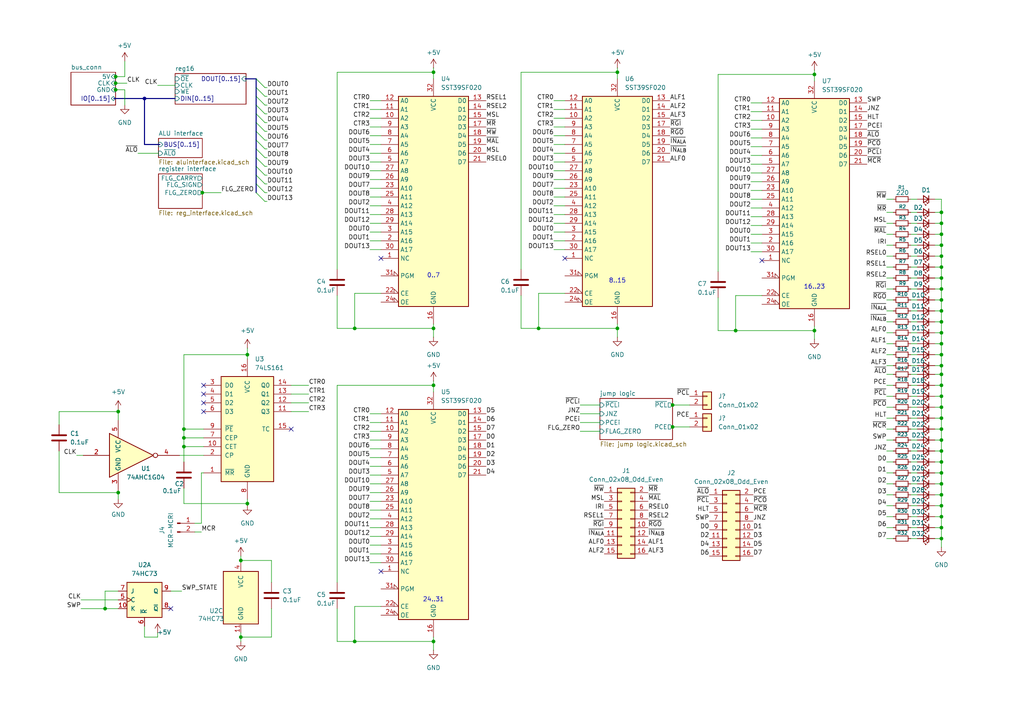
<source format=kicad_sch>
(kicad_sch (version 20250114) (generator "eeschema") (generator_version "9.0")
  (paper "A4")
  (text "16..23\n" (at 236.22 83.312 0) (effects (font (size 1.27 1.27))))
  (text "24..31\n" (at 125.73 173.99 0) (effects (font (size 1.27 1.27))))
  (text "0..7" (at 125.73 80.01 0) (effects (font (size 1.27 1.27))))
  (text "8..15\n" (at 179.07 81.534 0) (effects (font (size 1.27 1.27))))
  (junction (at 273.05 83.82))
  (junction (at 273.05 153.035))
  (junction (at 273.05 127.635))
  (junction (at 179.07 20.955))
  (junction (at 273.05 130.81))
  (junction (at 273.05 108.585))
  (junction (at 179.07 95.25))
  (junction (at 273.05 71.12))
  (junction (at 125.73 20.955))
  (junction (at 125.73 95.25))
  (junction (at 273.05 124.46))
  (junction (at 273.05 137.16))
  (junction (at 102.87 95.25))
  (junction (at 273.05 77.47))
  (junction (at 33.528 22.225))
  (junction (at 273.05 102.87))
  (junction (at 273.05 156.21))
  (junction (at 34.29 119.38))
  (junction (at 273.05 86.995))
  (junction (at 41.91 28.575))
  (junction (at 273.05 90.17))
  (junction (at 125.73 111.76))
  (junction (at 69.85 184.785))
  (junction (at 30.48 176.53))
  (junction (at 273.05 118.11))
  (junction (at 273.05 133.985))
  (junction (at 273.05 99.695))
  (junction (at 34.29 142.875))
  (junction (at 273.05 61.595))
  (junction (at 69.85 162.56))
  (junction (at 33.528 26.035))
  (junction (at 273.05 96.52))
  (junction (at 273.05 146.685))
  (junction (at 273.05 93.345))
  (junction (at 33.528 24.13))
  (junction (at 273.05 80.645))
  (junction (at 125.73 186.055))
  (junction (at 53.34 127))
  (junction (at 195.072 117.475))
  (junction (at 273.05 121.285))
  (junction (at 102.87 186.055))
  (junction (at 273.05 149.86))
  (junction (at 273.05 67.945))
  (junction (at 273.05 106.045))
  (junction (at 156.21 95.25))
  (junction (at 213.36 95.885))
  (junction (at 273.05 74.295))
  (junction (at 273.05 143.51))
  (junction (at 53.34 124.46))
  (junction (at 273.05 114.935))
  (junction (at 236.22 95.885))
  (junction (at 71.755 102.87))
  (junction (at 273.05 111.76))
  (junction (at 58.674 55.88))
  (junction (at 53.34 129.54))
  (junction (at 273.05 64.77))
  (junction (at 71.755 146.05))
  (junction (at 195.072 123.825))
  (junction (at 273.05 140.335))
  (junction (at 236.22 21.59))
  (no_connect (at 49.53 176.53))
  (no_connect (at 163.83 74.93))
  (no_connect (at 59.055 114.3))
  (no_connect (at 110.49 74.93))
  (no_connect (at 59.055 116.84))
  (no_connect (at 110.49 165.735))
  (no_connect (at 59.055 111.76))
  (no_connect (at 220.98 75.565))
  (no_connect (at 84.455 124.46))
  (no_connect (at 59.055 119.38))
  (bus_entry (at 74.295 30.48) (size 2.54 2.54))
  (bus_entry (at 74.295 48.26) (size 2.54 2.54))
  (bus_entry (at 74.295 53.34) (size 2.54 2.54))
  (bus_entry (at 74.295 50.8) (size 2.54 2.54))
  (bus_entry (at 74.295 55.88) (size 2.54 2.54))
  (bus_entry (at 74.295 35.56) (size 2.54 2.54))
  (bus_entry (at 74.295 40.64) (size 2.54 2.54))
  (bus_entry (at 74.295 22.86) (size 2.54 2.54))
  (bus_entry (at 74.295 27.94) (size 2.54 2.54))
  (bus_entry (at 74.295 45.72) (size 2.54 2.54))
  (bus_entry (at 74.295 38.1) (size 2.54 2.54))
  (bus_entry (at 74.295 25.4) (size 2.54 2.54))
  (bus_entry (at 74.295 33.02) (size 2.54 2.54))
  (bus_entry (at 74.295 43.18) (size 2.54 2.54))
  (wire (pts (xy 217.805 65.405) (xy 220.98 65.405)))
  (wire (pts (xy 23.495 176.53) (xy 30.48 176.53)))
  (wire (pts (xy 264.16 149.86) (xy 266.065 149.86)))
  (wire (pts (xy 217.805 73.025) (xy 220.98 73.025)))
  (wire (pts (xy 107.315 135.255) (xy 110.49 135.255)))
  (wire (pts (xy 107.315 39.37) (xy 110.49 39.37)))
  (wire (pts (xy 107.315 64.77) (xy 110.49 64.77)))
  (wire (pts (xy 97.79 176.53) (xy 97.79 186.055)))
  (wire (pts (xy 160.655 54.61) (xy 163.83 54.61)))
  (wire (pts (xy 30.48 176.53) (xy 34.29 176.53)))
  (wire (pts (xy 273.05 64.77) (xy 273.05 61.595)))
  (wire (pts (xy 264.16 80.645) (xy 266.065 80.645)))
  (wire (pts (xy 34.29 171.45) (xy 30.48 171.45)))
  (wire (pts (xy 179.07 95.25) (xy 179.07 97.79)))
  (wire (pts (xy 273.05 137.16) (xy 273.05 140.335)))
  (bus (pts (xy 74.295 33.02) (xy 74.295 35.56)))
  (wire (pts (xy 107.315 67.31) (xy 110.49 67.31)))
  (wire (pts (xy 273.05 64.77) (xy 273.05 67.945)))
  (wire (pts (xy 160.655 29.21) (xy 163.83 29.21)))
  (wire (pts (xy 107.315 72.39) (xy 110.49 72.39)))
  (wire (pts (xy 217.805 52.705) (xy 220.98 52.705)))
  (wire (pts (xy 271.145 74.295) (xy 273.05 74.295)))
  (wire (pts (xy 53.34 146.05) (xy 71.755 146.05)))
  (wire (pts (xy 34.29 119.38) (xy 34.29 121.92)))
  (wire (pts (xy 217.805 32.385) (xy 220.98 32.385)))
  (wire (pts (xy 271.145 137.16) (xy 273.05 137.16)))
  (wire (pts (xy 160.655 62.23) (xy 163.83 62.23)))
  (wire (pts (xy 264.16 146.685) (xy 266.065 146.685)))
  (wire (pts (xy 107.315 54.61) (xy 110.49 54.61)))
  (wire (pts (xy 107.315 57.15) (xy 110.49 57.15)))
  (wire (pts (xy 217.805 57.785) (xy 220.98 57.785)))
  (wire (pts (xy 107.315 34.29) (xy 110.49 34.29)))
  (bus (pts (xy 74.295 27.94) (xy 74.295 30.48)))
  (wire (pts (xy 236.22 95.885) (xy 236.22 94.615)))
  (wire (pts (xy 257.175 74.295) (xy 259.08 74.295)))
  (wire (pts (xy 97.79 20.955) (xy 125.73 20.955)))
  (wire (pts (xy 84.455 116.84) (xy 89.535 116.84)))
  (wire (pts (xy 59.055 127) (xy 53.34 127)))
  (wire (pts (xy 107.315 142.875) (xy 110.49 142.875)))
  (wire (pts (xy 151.13 78.105) (xy 151.13 20.955)))
  (wire (pts (xy 271.145 71.12) (xy 273.05 71.12)))
  (wire (pts (xy 45.72 183.515) (xy 45.72 184.785)))
  (wire (pts (xy 273.05 133.985) (xy 273.05 137.16)))
  (wire (pts (xy 217.805 60.325) (xy 220.98 60.325)))
  (wire (pts (xy 195.072 123.825) (xy 200.025 123.825)))
  (wire (pts (xy 271.145 140.335) (xy 273.05 140.335)))
  (wire (pts (xy 271.145 146.685) (xy 273.05 146.685)))
  (wire (pts (xy 257.175 90.17) (xy 259.08 90.17)))
  (wire (pts (xy 76.835 43.18) (xy 77.47 43.18)))
  (wire (pts (xy 125.73 95.25) (xy 125.73 93.98)))
  (bus (pts (xy 74.295 45.72) (xy 74.295 48.26)))
  (wire (pts (xy 257.175 61.595) (xy 259.08 61.595)))
  (wire (pts (xy 273.05 86.995) (xy 273.05 90.17)))
  (wire (pts (xy 102.87 95.25) (xy 125.73 95.25)))
  (wire (pts (xy 97.79 95.25) (xy 102.87 95.25)))
  (wire (pts (xy 53.34 129.54) (xy 53.34 127)))
  (wire (pts (xy 271.145 83.82) (xy 273.05 83.82)))
  (wire (pts (xy 17.145 123.19) (xy 17.145 119.38)))
  (wire (pts (xy 271.145 130.81) (xy 273.05 130.81)))
  (wire (pts (xy 160.655 57.15) (xy 163.83 57.15)))
  (wire (pts (xy 107.315 52.07) (xy 110.49 52.07)))
  (wire (pts (xy 271.145 124.46) (xy 273.05 124.46)))
  (wire (pts (xy 41.91 181.61) (xy 41.91 184.785)))
  (wire (pts (xy 273.05 102.87) (xy 273.05 106.045)))
  (wire (pts (xy 273.05 130.81) (xy 273.05 133.985)))
  (wire (pts (xy 217.805 37.465) (xy 220.98 37.465)))
  (wire (pts (xy 52.07 132.08) (xy 59.055 132.08)))
  (wire (pts (xy 34.29 118.745) (xy 34.29 119.38)))
  (wire (pts (xy 257.175 111.76) (xy 259.08 111.76)))
  (wire (pts (xy 107.315 145.415) (xy 110.49 145.415)))
  (wire (pts (xy 33.528 22.225) (xy 36.195 22.225)))
  (wire (pts (xy 107.315 137.795) (xy 110.49 137.795)))
  (wire (pts (xy 273.05 67.945) (xy 273.05 71.12)))
  (bus (pts (xy 33.02 28.575) (xy 41.91 28.575)))
  (wire (pts (xy 17.145 119.38) (xy 34.29 119.38)))
  (wire (pts (xy 264.16 133.985) (xy 266.065 133.985)))
  (wire (pts (xy 53.34 141.605) (xy 53.34 146.05)))
  (wire (pts (xy 273.05 118.11) (xy 273.05 121.285)))
  (wire (pts (xy 33.528 24.13) (xy 36.83 24.13)))
  (wire (pts (xy 264.16 106.045) (xy 266.065 106.045)))
  (wire (pts (xy 264.16 74.295) (xy 266.065 74.295)))
  (wire (pts (xy 273.05 106.045) (xy 273.05 108.585)))
  (wire (pts (xy 264.16 124.46) (xy 266.065 124.46)))
  (wire (pts (xy 271.145 121.285) (xy 273.05 121.285)))
  (wire (pts (xy 168.275 125.095) (xy 173.99 125.095)))
  (wire (pts (xy 271.145 99.695) (xy 273.05 99.695)))
  (wire (pts (xy 271.145 106.045) (xy 273.05 106.045)))
  (wire (pts (xy 33.528 26.035) (xy 36.195 26.035)))
  (wire (pts (xy 271.145 77.47) (xy 273.05 77.47)))
  (wire (pts (xy 168.275 117.475) (xy 173.99 117.475)))
  (wire (pts (xy 107.315 147.955) (xy 110.49 147.955)))
  (wire (pts (xy 160.655 31.75) (xy 163.83 31.75)))
  (wire (pts (xy 53.34 124.46) (xy 53.34 102.87)))
  (wire (pts (xy 156.21 85.09) (xy 156.21 95.25)))
  (wire (pts (xy 76.835 40.64) (xy 77.47 40.64)))
  (wire (pts (xy 107.315 125.095) (xy 110.49 125.095)))
  (wire (pts (xy 179.07 19.685) (xy 179.07 20.955)))
  (wire (pts (xy 36.195 30.48) (xy 36.195 26.035)))
  (wire (pts (xy 107.315 140.335) (xy 110.49 140.335)))
  (wire (pts (xy 273.05 111.76) (xy 273.05 114.935)))
  (wire (pts (xy 160.655 67.31) (xy 163.83 67.31)))
  (wire (pts (xy 33.02 26.035) (xy 33.528 26.035)))
  (wire (pts (xy 30.48 171.45) (xy 30.48 176.53)))
  (wire (pts (xy 58.42 55.88) (xy 58.674 55.88)))
  (wire (pts (xy 107.315 122.555) (xy 110.49 122.555)))
  (wire (pts (xy 264.16 99.695) (xy 266.065 99.695)))
  (wire (pts (xy 107.315 46.99) (xy 110.49 46.99)))
  (wire (pts (xy 107.315 132.715) (xy 110.49 132.715)))
  (wire (pts (xy 217.805 50.165) (xy 220.98 50.165)))
  (wire (pts (xy 58.42 137.16) (xy 58.42 151.765)))
  (wire (pts (xy 33.02 22.225) (xy 33.528 22.225)))
  (wire (pts (xy 41.91 184.785) (xy 45.72 184.785)))
  (wire (pts (xy 271.145 118.11) (xy 273.05 118.11)))
  (wire (pts (xy 160.655 72.39) (xy 163.83 72.39)))
  (wire (pts (xy 217.805 34.925) (xy 220.98 34.925)))
  (wire (pts (xy 264.16 143.51) (xy 266.065 143.51)))
  (wire (pts (xy 271.145 93.345) (xy 273.05 93.345)))
  (wire (pts (xy 273.05 127.635) (xy 273.05 130.81)))
  (wire (pts (xy 40.005 44.45) (xy 45.974 44.45)))
  (wire (pts (xy 107.315 49.53) (xy 110.49 49.53)))
  (wire (pts (xy 179.07 95.25) (xy 179.07 93.98)))
  (wire (pts (xy 107.315 44.45) (xy 110.49 44.45)))
  (wire (pts (xy 264.16 114.935) (xy 266.065 114.935)))
  (wire (pts (xy 213.36 85.725) (xy 213.36 95.885)))
  (wire (pts (xy 264.16 67.945) (xy 266.065 67.945)))
  (wire (pts (xy 264.16 102.87) (xy 266.065 102.87)))
  (wire (pts (xy 264.16 130.81) (xy 266.065 130.81)))
  (wire (pts (xy 257.175 77.47) (xy 259.08 77.47)))
  (wire (pts (xy 76.835 45.72) (xy 77.47 45.72)))
  (wire (pts (xy 271.145 108.585) (xy 273.05 108.585)))
  (bus (pts (xy 74.295 30.48) (xy 74.295 33.02)))
  (wire (pts (xy 160.655 49.53) (xy 163.83 49.53)))
  (wire (pts (xy 257.175 156.21) (xy 259.08 156.21)))
  (wire (pts (xy 257.175 121.285) (xy 259.08 121.285)))
  (wire (pts (xy 271.145 111.76) (xy 273.05 111.76)))
  (wire (pts (xy 168.275 120.015) (xy 173.99 120.015)))
  (wire (pts (xy 273.05 77.47) (xy 273.05 80.645)))
  (wire (pts (xy 271.145 127.635) (xy 273.05 127.635)))
  (wire (pts (xy 151.13 85.725) (xy 151.13 95.25)))
  (wire (pts (xy 71.755 102.87) (xy 71.755 104.14)))
  (wire (pts (xy 217.805 55.245) (xy 220.98 55.245)))
  (wire (pts (xy 257.175 86.995) (xy 259.08 86.995)))
  (wire (pts (xy 107.315 150.495) (xy 110.49 150.495)))
  (wire (pts (xy 236.22 95.885) (xy 236.22 98.425)))
  (wire (pts (xy 179.07 20.955) (xy 179.07 22.86)))
  (wire (pts (xy 76.835 53.34) (xy 77.47 53.34)))
  (wire (pts (xy 107.315 29.21) (xy 110.49 29.21)))
  (wire (pts (xy 257.175 118.11) (xy 259.08 118.11)))
  (wire (pts (xy 56.515 154.305) (xy 58.42 154.305)))
  (wire (pts (xy 257.175 146.685) (xy 259.08 146.685)))
  (wire (pts (xy 264.16 140.335) (xy 266.065 140.335)))
  (wire (pts (xy 76.835 58.42) (xy 77.47 58.42)))
  (wire (pts (xy 273.05 96.52) (xy 273.05 93.345)))
  (wire (pts (xy 271.145 86.995) (xy 273.05 86.995)))
  (wire (pts (xy 34.29 142.24) (xy 34.29 142.875)))
  (wire (pts (xy 217.805 47.625) (xy 220.98 47.625)))
  (wire (pts (xy 53.34 127) (xy 53.34 124.46)))
  (wire (pts (xy 97.79 186.055) (xy 102.87 186.055)))
  (wire (pts (xy 273.05 57.785) (xy 271.145 57.785)))
  (wire (pts (xy 22.225 132.08) (xy 24.13 132.08)))
  (wire (pts (xy 264.16 90.17) (xy 266.065 90.17)))
  (bus (pts (xy 74.295 35.56) (xy 74.295 38.1)))
  (wire (pts (xy 194.945 123.825) (xy 195.072 123.825)))
  (wire (pts (xy 257.175 83.82) (xy 259.08 83.82)))
  (wire (pts (xy 107.315 155.575) (xy 110.49 155.575)))
  (wire (pts (xy 271.145 133.985) (xy 273.05 133.985)))
  (wire (pts (xy 273.05 124.46) (xy 273.05 127.635)))
  (wire (pts (xy 107.315 120.015) (xy 110.49 120.015)))
  (wire (pts (xy 160.655 59.69) (xy 163.83 59.69)))
  (wire (pts (xy 257.175 64.77) (xy 259.08 64.77)))
  (wire (pts (xy 76.835 38.1) (xy 77.47 38.1)))
  (wire (pts (xy 107.315 153.035) (xy 110.49 153.035)))
  (wire (pts (xy 107.315 130.175) (xy 110.49 130.175)))
  (wire (pts (xy 125.73 19.685) (xy 125.73 20.955)))
  (bus (pts (xy 41.91 41.91) (xy 46.355 41.91)))
  (wire (pts (xy 271.145 149.86) (xy 273.05 149.86)))
  (wire (pts (xy 76.835 55.88) (xy 77.47 55.88)))
  (wire (pts (xy 168.275 122.555) (xy 173.99 122.555)))
  (wire (pts (xy 271.145 64.77) (xy 273.05 64.77)))
  (wire (pts (xy 257.175 137.16) (xy 259.08 137.16)))
  (wire (pts (xy 257.175 80.645) (xy 259.08 80.645)))
  (wire (pts (xy 220.98 85.725) (xy 213.36 85.725)))
  (wire (pts (xy 160.655 39.37) (xy 163.83 39.37)))
  (wire (pts (xy 273.05 83.82) (xy 273.05 86.995)))
  (wire (pts (xy 76.835 50.8) (xy 77.47 50.8)))
  (wire (pts (xy 208.28 78.74) (xy 208.28 21.59)))
  (wire (pts (xy 84.455 114.3) (xy 89.535 114.3)))
  (wire (pts (xy 33.02 24.13) (xy 33.528 24.13)))
  (wire (pts (xy 236.22 20.32) (xy 236.22 21.59)))
  (wire (pts (xy 264.16 96.52) (xy 266.065 96.52)))
  (wire (pts (xy 107.315 163.195) (xy 110.49 163.195)))
  (wire (pts (xy 208.28 86.36) (xy 208.28 95.885)))
  (wire (pts (xy 125.73 20.955) (xy 125.73 22.86)))
  (wire (pts (xy 125.73 110.49) (xy 125.73 111.76)))
  (wire (pts (xy 273.05 143.51) (xy 273.05 146.685)))
  (wire (pts (xy 273.05 114.935) (xy 273.05 118.11)))
  (wire (pts (xy 273.05 149.86) (xy 273.05 153.035)))
  (wire (pts (xy 17.145 130.81) (xy 17.145 142.875)))
  (bus (pts (xy 41.91 28.575) (xy 50.8 28.575)))
  (wire (pts (xy 217.805 45.085) (xy 220.98 45.085)))
  (wire (pts (xy 69.85 183.515) (xy 69.85 184.785)))
  (wire (pts (xy 160.655 41.91) (xy 163.83 41.91)))
  (wire (pts (xy 257.175 114.935) (xy 259.08 114.935)))
  (wire (pts (xy 160.655 69.85) (xy 163.83 69.85)))
  (wire (pts (xy 107.315 62.23) (xy 110.49 62.23)))
  (wire (pts (xy 78.74 176.53) (xy 78.74 184.785)))
  (wire (pts (xy 160.655 52.07) (xy 163.83 52.07)))
  (wire (pts (xy 34.29 142.875) (xy 34.29 144.78)))
  (wire (pts (xy 271.145 153.035) (xy 273.05 153.035)))
  (wire (pts (xy 107.315 36.83) (xy 110.49 36.83)))
  (wire (pts (xy 69.85 161.29) (xy 69.85 162.56)))
  (bus (pts (xy 71.12 22.86) (xy 74.295 22.86)))
  (wire (pts (xy 58.42 151.765) (xy 56.515 151.765)))
  (wire (pts (xy 107.315 31.75) (xy 110.49 31.75)))
  (wire (pts (xy 102.87 186.055) (xy 125.73 186.055)))
  (wire (pts (xy 264.16 77.47) (xy 266.065 77.47)))
  (wire (pts (xy 273.05 74.295) (xy 273.05 77.47)))
  (wire (pts (xy 271.145 96.52) (xy 273.05 96.52)))
  (wire (pts (xy 273.05 121.285) (xy 273.05 124.46)))
  (wire (pts (xy 213.36 95.885) (xy 236.22 95.885)))
  (wire (pts (xy 160.655 34.29) (xy 163.83 34.29)))
  (wire (pts (xy 271.145 80.645) (xy 273.05 80.645)))
  (wire (pts (xy 76.835 27.94) (xy 77.47 27.94)))
  (wire (pts (xy 102.87 85.09) (xy 102.87 95.25)))
  (wire (pts (xy 84.455 119.38) (xy 89.535 119.38)))
  (wire (pts (xy 107.315 69.85) (xy 110.49 69.85)))
  (wire (pts (xy 69.85 184.785) (xy 69.85 186.055)))
  (wire (pts (xy 257.175 143.51) (xy 259.08 143.51)))
  (wire (pts (xy 271.145 114.935) (xy 273.05 114.935)))
  (wire (pts (xy 217.805 62.865) (xy 220.98 62.865)))
  (wire (pts (xy 257.175 130.81) (xy 259.08 130.81)))
  (wire (pts (xy 125.73 111.76) (xy 125.73 113.665)))
  (wire (pts (xy 125.73 186.055) (xy 125.73 188.595)))
  (wire (pts (xy 236.22 21.59) (xy 236.22 23.495)))
  (wire (pts (xy 76.835 25.4) (xy 77.47 25.4)))
  (wire (pts (xy 264.16 108.585) (xy 266.065 108.585)))
  (bus (pts (xy 74.295 48.26) (xy 74.295 50.8)))
  (wire (pts (xy 110.49 175.895) (xy 102.87 175.895)))
  (wire (pts (xy 107.315 41.91) (xy 110.49 41.91)))
  (wire (pts (xy 273.05 111.76) (xy 273.05 108.585)))
  (bus (pts (xy 41.91 28.575) (xy 41.91 41.91)))
  (wire (pts (xy 69.85 162.56) (xy 78.74 162.56)))
  (wire (pts (xy 257.175 96.52) (xy 259.08 96.52)))
  (wire (pts (xy 273.05 96.52) (xy 273.05 99.695)))
  (wire (pts (xy 53.34 129.54) (xy 53.34 133.985)))
  (bus (pts (xy 74.295 22.86) (xy 74.295 25.4)))
  (wire (pts (xy 163.83 85.09) (xy 156.21 85.09)))
  (wire (pts (xy 76.835 30.48) (xy 77.47 30.48)))
  (wire (pts (xy 194.945 117.475) (xy 195.072 117.475)))
  (wire (pts (xy 264.16 121.285) (xy 266.065 121.285)))
  (wire (pts (xy 217.805 29.845) (xy 220.98 29.845)))
  (wire (pts (xy 271.145 90.17) (xy 273.05 90.17)))
  (wire (pts (xy 273.05 90.17) (xy 273.05 93.345)))
  (wire (pts (xy 107.315 59.69) (xy 110.49 59.69)))
  (wire (pts (xy 107.315 158.115) (xy 110.49 158.115)))
  (wire (pts (xy 71.755 146.05) (xy 71.755 146.685)))
  (wire (pts (xy 264.16 64.77) (xy 266.065 64.77)))
  (wire (pts (xy 257.175 102.87) (xy 259.08 102.87)))
  (wire (pts (xy 264.16 153.035) (xy 266.065 153.035)))
  (wire (pts (xy 273.05 153.035) (xy 273.05 156.21)))
  (wire (pts (xy 53.34 102.87) (xy 71.755 102.87)))
  (wire (pts (xy 76.835 48.26) (xy 77.47 48.26)))
  (wire (pts (xy 76.835 33.02) (xy 77.47 33.02)))
  (wire (pts (xy 58.674 55.88) (xy 64.135 55.88)))
  (bus (pts (xy 74.295 50.8) (xy 74.295 53.34)))
  (wire (pts (xy 264.16 111.76) (xy 266.065 111.76)))
  (wire (pts (xy 257.175 67.945) (xy 259.08 67.945)))
  (wire (pts (xy 257.175 124.46) (xy 259.08 124.46)))
  (wire (pts (xy 257.175 108.585) (xy 259.08 108.585)))
  (wire (pts (xy 217.805 70.485) (xy 220.98 70.485)))
  (bus (pts (xy 74.295 38.1) (xy 74.295 40.64)))
  (wire (pts (xy 84.455 111.76) (xy 89.535 111.76)))
  (wire (pts (xy 257.175 149.86) (xy 259.08 149.86)))
  (wire (pts (xy 107.315 160.655) (xy 110.49 160.655)))
  (wire (pts (xy 59.055 129.54) (xy 53.34 129.54)))
  (wire (pts (xy 208.28 95.885) (xy 213.36 95.885)))
  (wire (pts (xy 257.175 93.345) (xy 259.08 93.345)))
  (wire (pts (xy 257.175 106.045) (xy 259.08 106.045)))
  (wire (pts (xy 264.16 57.785) (xy 266.065 57.785)))
  (wire (pts (xy 217.805 40.005) (xy 220.98 40.005)))
  (wire (pts (xy 273.05 61.595) (xy 273.05 57.785)))
  (wire (pts (xy 71.755 100.965) (xy 71.755 102.87)))
  (wire (pts (xy 264.16 137.16) (xy 266.065 137.16)))
  (bus (pts (xy 74.295 53.34) (xy 74.295 55.88)))
  (wire (pts (xy 257.175 140.335) (xy 259.08 140.335)))
  (wire (pts (xy 264.16 83.82) (xy 266.065 83.82)))
  (wire (pts (xy 45.72 24.765) (xy 50.8 24.765)))
  (wire (pts (xy 264.16 156.21) (xy 266.065 156.21)))
  (wire (pts (xy 264.16 93.345) (xy 266.065 93.345)))
  (wire (pts (xy 36.195 17.78) (xy 36.195 22.225)))
  (wire (pts (xy 160.655 44.45) (xy 163.83 44.45)))
  (bus (pts (xy 74.295 25.4) (xy 74.295 27.94)))
  (wire (pts (xy 69.85 162.56) (xy 69.85 163.195)))
  (wire (pts (xy 107.315 127.635) (xy 110.49 127.635)))
  (wire (pts (xy 257.175 133.985) (xy 259.08 133.985)))
  (wire (pts (xy 264.16 61.595) (xy 266.065 61.595)))
  (wire (pts (xy 76.835 35.56) (xy 77.47 35.56)))
  (wire (pts (xy 264.16 86.995) (xy 266.065 86.995)))
  (wire (pts (xy 264.16 71.12) (xy 266.065 71.12)))
  (wire (pts (xy 271.145 102.87) (xy 273.05 102.87)))
  (bus (pts (xy 74.295 43.18) (xy 74.295 45.72)))
  (wire (pts (xy 160.655 46.99) (xy 163.83 46.99)))
  (wire (pts (xy 160.655 36.83) (xy 163.83 36.83)))
  (wire (pts (xy 195.072 117.475) (xy 200.025 117.475)))
  (wire (pts (xy 125.73 95.25) (xy 125.73 97.79)))
  (wire (pts (xy 273.05 71.12) (xy 273.05 74.295)))
  (wire (pts (xy 151.13 20.955) (xy 179.07 20.955)))
  (wire (pts (xy 208.28 21.59) (xy 236.22 21.59)))
  (wire (pts (xy 257.175 71.12) (xy 259.08 71.12)))
  (wire (pts (xy 257.175 153.035) (xy 259.08 153.035)))
  (wire (pts (xy 273.05 99.695) (xy 273.05 102.87)))
  (wire (pts (xy 217.805 42.545) (xy 220.98 42.545)))
  (wire (pts (xy 273.05 156.21) (xy 273.05 158.75)))
  (wire (pts (xy 271.145 61.595) (xy 273.05 61.595)))
  (wire (pts (xy 151.13 95.25) (xy 156.21 95.25)))
  (wire (pts (xy 160.655 64.77) (xy 163.83 64.77)))
  (bus (pts (xy 74.295 40.64) (xy 74.295 43.18)))
  (wire (pts (xy 23.495 173.99) (xy 34.29 173.99)))
  (wire (pts (xy 257.175 57.785) (xy 259.08 57.785)))
  (wire (pts (xy 217.805 67.945) (xy 220.98 67.945)))
  (wire (pts (xy 273.05 80.645) (xy 273.05 83.82)))
  (wire (pts (xy 17.145 142.875) (xy 34.29 142.875)))
  (wire (pts (xy 271.145 67.945) (xy 273.05 67.945)))
  (wire (pts (xy 53.34 124.46) (xy 59.055 124.46)))
  (wire (pts (xy 97.79 111.76) (xy 125.73 111.76)))
  (wire (pts (xy 71.755 144.78) (xy 71.755 146.05)))
  (wire (pts (xy 271.145 156.21) (xy 273.05 156.21)))
  (wire (pts (xy 125.73 186.055) (xy 125.73 184.785)))
  (wire (pts (xy 271.145 143.51) (xy 273.05 143.51)))
  (wire (pts (xy 78.74 184.785) (xy 69.85 184.785)))
  (wire (pts (xy 257.175 99.695) (xy 259.08 99.695)))
  (wire (pts (xy 273.05 146.685) (xy 273.05 149.86)))
  (wire (pts (xy 97.79 85.725) (xy 97.79 95.25)))
  (wire (pts (xy 156.21 95.25) (xy 179.07 95.25)))
  (wire (pts (xy 97.79 78.105) (xy 97.79 20.955)))
  (wire (pts (xy 273.05 140.335) (xy 273.05 143.51)))
  (wire (pts (xy 49.53 171.45) (xy 52.705 171.45)))
  (wire (pts (xy 257.175 127.635) (xy 259.08 127.635)))
  (wire (pts (xy 78.74 162.56) (xy 78.74 168.91)))
  (wire (pts (xy 264.16 118.11) (xy 266.065 118.11)))
  (wire (pts (xy 97.79 168.91) (xy 97.79 111.76)))
  (wire (pts (xy 102.87 175.895) (xy 102.87 186.055)))
  (wire (pts (xy 58.42 137.16) (xy 59.055 137.16)))
  (wire (pts (xy 264.16 127.635) (xy 266.065 127.635)))
  (wire (pts (xy 110.49 85.09) (xy 102.87 85.09)))
  (label "CTR2" (at 107.315 125.095 180))
  (label "~{MW}" (at 257.175 57.785 180))
  (label "DOUT3" (at 107.315 46.99 180))
  (label "CTR0" (at 107.315 29.21 180))
  (label "D3" (at 218.44 156.21 0))
  (label "D4" (at 140.97 137.795 0))
  (label "HLT" (at 205.74 148.59 180))
  (label "~{PCL}" (at 257.175 114.935 180))
  (label "MSL" (at 140.97 34.29 0))
  (label "DOUT5" (at 217.805 42.545 180))
  (label "DOUT6" (at 217.805 40.005 180))
  (label "D3" (at 140.97 135.255 0))
  (label "DOUT8" (at 77.47 45.72 0))
  (label "PCE" (at 218.44 143.51 0))
  (label "D6" (at 140.97 122.555 0))
  (label "D2" (at 257.175 140.335 180))
  (label "DOUT12" (at 217.805 65.405 180))
  (label "DOUT6" (at 107.315 130.175 180))
  (label "~{RGI}" (at 257.175 83.82 180))
  (label "DOUT12" (at 107.315 155.575 180))
  (label "DOUT2" (at 107.315 150.495 180))
  (label "D5" (at 257.175 149.86 180))
  (label "SWP" (at 257.175 127.635 180))
  (label "~{ALO}" (at 257.175 108.585 180))
  (label "D7" (at 257.175 156.21 180))
  (label "DOUT4" (at 217.805 45.085 180))
  (label "~{PCL}i" (at 168.275 117.475 180))
  (label "CTR1" (at 160.655 31.75 180))
  (label "CLK" (at 45.72 24.765 180))
  (label "~{ALO}" (at 40.005 44.45 180))
  (label "RSEL0" (at 187.96 147.955 0))
  (label "SWP" (at 23.495 176.53 180))
  (label "~{PCO}" (at 218.44 146.05 0))
  (label "SWP_STATE" (at 52.705 171.45 0))
  (label "DOUT0" (at 160.655 67.31 180))
  (label "DOUT11" (at 77.47 53.34 0))
  (label "ALF1" (at 257.175 99.695 180))
  (label "DOUT6" (at 107.315 39.37 180))
  (label "DOUT6" (at 160.655 39.37 180))
  (label "RSEL1" (at 175.26 150.495 180))
  (label "~{PCL}" (at 205.74 146.05 180))
  (label "JNZ" (at 251.46 32.385 0))
  (label "~{PCL}i" (at 251.46 45.085 0))
  (label "~{PCO}" (at 257.175 118.11 180))
  (label "DOUT7" (at 77.47 43.18 0))
  (label "~{ALO}" (at 251.46 40.005 0))
  (label "MSL" (at 175.26 145.415 180))
  (label "DOUT6" (at 77.47 40.64 0))
  (label "~{PCL}" (at 200.025 114.935 180))
  (label "ALF0" (at 194.31 46.99 0))
  (label "D5" (at 140.97 120.015 0))
  (label "~{IN_{ALA}}" (at 175.26 155.575 180))
  (label "D4" (at 257.175 146.685 180))
  (label "DOUT10" (at 107.315 140.335 180))
  (label "ALF3" (at 187.96 160.655 0))
  (label "DOUT10" (at 107.315 49.53 180))
  (label "~{IN_{ALB}}" (at 257.175 93.345 180))
  (label "~{MW}" (at 175.26 142.875 180))
  (label "DOUT4" (at 107.315 44.45 180))
  (label "D1" (at 140.97 130.175 0))
  (label "DOUT2" (at 160.655 59.69 180))
  (label "DOUT2" (at 77.47 30.48 0))
  (label "RSEL2" (at 257.175 80.645 180))
  (label "CTR0" (at 217.805 29.845 180))
  (label "CTR1" (at 217.805 32.385 180))
  (label "RSEL0" (at 140.97 46.99 0))
  (label "PCE" (at 200.025 121.285 180))
  (label "ALF0" (at 175.26 158.115 180))
  (label "~{IN_{ALA}}" (at 257.175 90.17 180))
  (label "~{MR}" (at 140.97 36.83 0))
  (label "D6" (at 205.74 161.29 180))
  (label "~{RGI}" (at 194.31 36.83 0))
  (label "DOUT3" (at 107.315 137.795 180))
  (label "D0" (at 140.97 127.635 0))
  (label "D4" (at 205.74 158.75 180))
  (label "JNZ" (at 168.275 120.015 180))
  (label "DOUT13" (at 217.805 73.025 180))
  (label "D6" (at 257.175 153.035 180))
  (label "CTR2" (at 89.535 116.84 0))
  (label "~{MR}" (at 257.175 61.595 180))
  (label "DOUT11" (at 160.655 62.23 180))
  (label "DOUT8" (at 160.655 57.15 180))
  (label "CLK" (at 23.495 173.99 180))
  (label "DOUT1" (at 107.315 160.655 180))
  (label "DOUT7" (at 160.655 54.61 180))
  (label "DOUT5" (at 107.315 132.715 180))
  (label "DOUT10" (at 160.655 49.53 180))
  (label "IRI" (at 175.26 147.955 180))
  (label "JNZ" (at 257.175 130.81 180))
  (label "DOUT1" (at 217.805 70.485 180))
  (label "DOUT3" (at 77.47 33.02 0))
  (label "~{MAL}" (at 140.97 41.91 0))
  (label "DOUT5" (at 160.655 41.91 180))
  (label "MCR" (at 58.42 154.305 0))
  (label "DOUT9" (at 107.315 142.875 180))
  (label "DOUT0" (at 217.805 67.945 180))
  (label "~{MCR}" (at 218.44 148.59 0))
  (label "CTR2" (at 160.655 34.29 180))
  (label "DOUT11" (at 107.315 153.035 180))
  (label "PCEi" (at 251.46 37.465 0))
  (label "DOUT12" (at 160.655 64.77 180))
  (label "D2" (at 205.74 156.21 180))
  (label "~{IN_{ALB}}" (at 194.31 44.45 0))
  (label "~{RGO}" (at 257.175 86.995 180))
  (label "DOUT7" (at 107.315 54.61 180))
  (label "~{RGO}" (at 187.96 153.035 0))
  (label "DOUT10" (at 217.805 50.165 180))
  (label "ALF2" (at 175.26 160.655 180))
  (label "CTR3" (at 89.535 119.38 0))
  (label "DOUT8" (at 107.315 147.955 180))
  (label "CTR3" (at 217.805 37.465 180))
  (label "CTR3" (at 107.315 127.635 180))
  (label "FLG_ZERO" (at 64.135 55.88 0))
  (label "~{RGO}" (at 194.31 39.37 0))
  (label "DOUT5" (at 77.47 38.1 0))
  (label "DOUT12" (at 77.47 55.88 0))
  (label "D1" (at 218.44 153.67 0))
  (label "DOUT1" (at 160.655 69.85 180))
  (label "D1" (at 257.175 137.16 180))
  (label "~{MAL}" (at 187.96 145.415 0))
  (label "~{MAL}" (at 257.175 67.945 180))
  (label "DOUT1" (at 107.315 69.85 180))
  (label "DOUT4" (at 107.315 135.255 180))
  (label "D0" (at 205.74 153.67 180))
  (label "D3" (at 257.175 143.51 180))
  (label "~{MR}" (at 187.96 142.875 0))
  (label "CTR3" (at 160.655 36.83 180))
  (label "DOUT10" (at 77.47 50.8 0))
  (label "ALF3" (at 257.175 106.045 180))
  (label "SWP" (at 251.46 29.845 0))
  (label "ALF1" (at 187.96 158.115 0))
  (label "DOUT13" (at 160.655 72.39 180))
  (label "~{PCO}" (at 251.46 42.545 0))
  (label "DOUT9" (at 107.315 52.07 180))
  (label "ALF2" (at 257.175 102.87 180))
  (label "DOUT5" (at 107.315 41.91 180))
  (label "DOUT4" (at 160.655 44.45 180))
  (label "ALF2" (at 194.31 31.75 0))
  (label "RSEL2" (at 140.97 31.75 0))
  (label "PCEi" (at 168.275 122.555 180))
  (label "JNZ" (at 218.44 151.13 0))
  (label "DOUT3" (at 217.805 47.625 180))
  (label "DOUT13" (at 107.315 163.195 180))
  (label "CLK" (at 22.225 132.08 180))
  (label "RSEL2" (at 187.96 150.495 0))
  (label "CTR0" (at 107.315 120.015 180))
  (label "D5" (at 218.44 158.75 0))
  (label "ALF1" (at 194.31 29.21 0))
  (label "DOUT8" (at 107.315 57.15 180))
  (label "CTR3" (at 107.315 36.83 180))
  (label "DOUT11" (at 107.315 62.23 180))
  (label "MSL" (at 140.97 44.45 0))
  (label "CTR2" (at 107.315 34.29 180))
  (label "ALF3" (at 194.31 34.29 0))
  (label "CTR1" (at 107.315 31.75 180))
  (label "DOUT0" (at 77.47 25.4 0))
  (label "DOUT7" (at 107.315 145.415 180))
  (label "MSL" (at 257.175 64.77 180))
  (label "HLT" (at 251.46 34.925 0))
  (label "DOUT3" (at 160.655 46.99 180))
  (label "RSEL0" (at 257.175 74.295 180))
  (label "CTR0" (at 89.535 111.76 0))
  (label "DOUT9" (at 77.47 48.26 0))
  (label "DOUT2" (at 107.315 59.69 180))
  (label "ALF0" (at 257.175 96.52 180))
  (label "~{MCR}" (at 251.46 47.625 0))
  (label "DOUT0" (at 107.315 67.31 180))
  (label "D7" (at 218.44 161.29 0))
  (label "~{RGI}" (at 175.26 153.035 180))
  (label "DOUT2" (at 217.805 60.325 180))
  (label "CTR1" (at 107.315 122.555 180))
  (label "~{MW}" (at 140.97 39.37 0))
  (label "DOUT12" (at 107.315 64.77 180))
  (label "DOUT9" (at 160.655 52.07 180))
  (label "D0" (at 257.175 133.985 180))
  (label "CLK" (at 36.83 24.13 0))
  (label "DOUT8" (at 217.805 57.785 180))
  (label "DOUT4" (at 77.47 35.56 0))
  (label "DOUT0" (at 107.315 158.115 180))
  (label "CTR1" (at 89.535 114.3 0))
  (label "~{IN_{ALB}}" (at 187.96 155.575 0))
  (label "DOUT9" (at 217.805 52.705 180))
  (label "RSEL1" (at 140.97 29.21 0))
  (label "DOUT11" (at 217.805 62.865 180))
  (label "D2" (at 140.97 132.715 0))
  (label "PCE" (at 257.175 111.76 180))
  (label "DOUT13" (at 107.315 72.39 180))
  (label "RSEL1" (at 257.175 77.47 180))
  (label "CTR0" (at 160.655 29.21 180))
  (label "DOUT13" (at 77.47 58.42 0))
  (label "CTR2" (at 217.805 34.925 180))
  (label "~{ALO}" (at 205.74 143.51 180))
  (label "FLG_ZERO" (at 168.275 125.095 180))
  (label "D7" (at 140.97 125.095 0))
  (label "~{MCR}" (at 257.175 124.46 180))
  (label "~{IN_{ALA}}" (at 194.31 41.91 0))
  (label "DOUT1" (at 77.47 27.94 0))
  (label "DOUT7" (at 217.805 55.245 180))
  (label "IRI" (at 257.175 71.12 180))
  (label "HLT" (at 257.175 121.285 180))
  (label "SWP" (at 205.74 151.13 180))
  (symbol (lib_id "Device:R_Small") (at 261.62 108.585 90) (unit 1)
    (property "Reference" "R17" (at 261.747 106.934 90) (effects (font (size 1.016 1.016))))
    (property "Value" "220" (effects (hide yes)))
    (property "Footprint" "Resistor_SMD:R_0603_1608Metric" (effects (hide yes)))
    (property "Description" "Resistor, small symbol" (effects (hide yes)))
  )
  (symbol (lib_id "Device:R_Small") (at 261.62 86.995 90) (unit 1)
    (property "Reference" "R10" (at 261.747 85.344 90) (effects (font (size 1.016 1.016))))
    (property "Value" "220" (effects (hide yes)))
    (property "Footprint" "Resistor_SMD:R_0603_1608Metric" (effects (hide yes)))
    (property "Description" "Resistor, small symbol" (effects (hide yes)))
  )
  (symbol (lib_id "Device:R_Small") (at 261.62 118.11 90) (unit 1)
    (property "Reference" "R20" (at 261.747 116.459 90) (effects (font (size 1.016 1.016))))
    (property "Value" "220" (effects (hide yes)))
    (property "Footprint" "Resistor_SMD:R_0603_1608Metric" (effects (hide yes)))
    (property "Description" "Resistor, small symbol" (effects (hide yes)))
  )
  (symbol (lib_id "power:+5V") (at 179.07 19.685 0) (unit 1)
    (property "Reference" "#PWR014" (effects (hide yes)))
    (property "Value" "+5V" (at 179.07 15.24 0))
    (property "Description" "Power symbol creates a global label with name \"+5V\"" (effects (hide yes)))
  )
  (symbol (lib_id "Device:LED_Small") (at 268.605 106.045 180) (unit 1)
    (property "Reference" "D16" (at 266.319 104.648 0))
    (property "Value" "LED_Small" (effects (hide yes)))
    (property "Footprint" "LED_SMD:LED_0603_1608Metric" (effects (hide yes)))
    (property "Description" "Light emitting diode, small symbol" (effects (hide yes)))
    (property "Sim.Pin" "1=K 2=A" (effects (hide yes)))
  )
  (symbol (lib_id "Device:C") (at 17.145 127 0) (unit 1)
    (property "Reference" "C1" (at 20.32 125.7299 0) (effects (justify left)))
    (property "Value" "0.1uF" (at 20.32 128.2699 0) (effects (justify left)))
    (property "Footprint" "Capacitor_SMD:C_0603_1608Metric" (effects (hide yes)))
    (property "Description" "Unpolarized capacitor" (effects (hide yes)))
  )
  (symbol (lib_id "Device:R_Small") (at 261.62 93.345 90) (unit 1)
    (property "Reference" "R12" (at 261.747 91.694 90) (effects (font (size 1.016 1.016))))
    (property "Value" "220" (effects (hide yes)))
    (property "Footprint" "Resistor_SMD:R_0603_1608Metric" (effects (hide yes)))
    (property "Description" "Resistor, small symbol" (effects (hide yes)))
  )
  (symbol (lib_id "Device:LED_Small") (at 268.605 127.635 180) (unit 1)
    (property "Reference" "D23" (at 266.319 126.238 0))
    (property "Value" "LED_Small" (effects (hide yes)))
    (property "Footprint" "LED_SMD:LED_0603_1608Metric" (effects (hide yes)))
    (property "Description" "Light emitting diode, small symbol" (effects (hide yes)))
    (property "Sim.Pin" "1=K 2=A" (effects (hide yes)))
  )
  (symbol (lib_id "Device:LED_Small") (at 268.605 156.21 180) (unit 1)
    (property "Reference" "D32" (at 266.319 154.813 0))
    (property "Value" "LED_Small" (effects (hide yes)))
    (property "Footprint" "LED_SMD:LED_0603_1608Metric" (effects (hide yes)))
    (property "Description" "Light emitting diode, small symbol" (effects (hide yes)))
    (property "Sim.Pin" "1=K 2=A" (effects (hide yes)))
  )
  (symbol (lib_id "Device:R_Small") (at 261.62 149.86 90) (unit 1)
    (property "Reference" "R30" (at 261.747 148.209 90) (effects (font (size 1.016 1.016))))
    (property "Value" "220" (effects (hide yes)))
    (property "Footprint" "Resistor_SMD:R_0603_1608Metric" (effects (hide yes)))
    (property "Description" "Resistor, small symbol" (effects (hide yes)))
  )
  (symbol (lib_id "Device:R_Small") (at 261.62 137.16 90) (unit 1)
    (property "Reference" "R26" (at 261.747 135.509 90) (effects (font (size 1.016 1.016))))
    (property "Value" "220" (effects (hide yes)))
    (property "Footprint" "Resistor_SMD:R_0603_1608Metric" (effects (hide yes)))
    (property "Description" "Resistor, small symbol" (effects (hide yes)))
  )
  (symbol (lib_id "Device:LED_Small") (at 268.605 77.47 180) (unit 1)
    (property "Reference" "D7" (at 266.319 76.073 0))
    (property "Value" "LED_Small" (effects (hide yes)))
    (property "Footprint" "LED_SMD:LED_0603_1608Metric" (effects (hide yes)))
    (property "Description" "Light emitting diode, small symbol" (effects (hide yes)))
    (property "Sim.Pin" "1=K 2=A" (effects (hide yes)))
  )
  (symbol (lib_id "power:+5V") (at 34.29 118.745 0) (unit 1)
    (property "Reference" "#PWR01" (effects (hide yes)))
    (property "Value" "+5V" (at 34.29 113.665 0))
    (property "Description" "Power symbol creates a global label with name \"+5V\"" (effects (hide yes)))
  )
  (symbol (lib_id "Device:C") (at 78.74 172.72 0) (unit 1)
    (property "Reference" "C3" (at 81.915 171.4499 0) (effects (justify left)))
    (property "Value" "0.1uF" (at 81.915 173.9899 0) (effects (justify left)))
    (property "Footprint" "Capacitor_SMD:C_0603_1608Metric" (effects (hide yes)))
    (property "Description" "Unpolarized capacitor" (effects (hide yes)))
  )
  (symbol (lib_id "Device:R_Small") (at 261.62 96.52 90) (unit 1)
    (property "Reference" "R13" (at 261.747 94.869 90) (effects (font (size 1.016 1.016))))
    (property "Value" "220" (effects (hide yes)))
    (property "Footprint" "Resistor_SMD:R_0603_1608Metric" (effects (hide yes)))
    (property "Description" "Resistor, small symbol" (effects (hide yes)))
  )
  (symbol (lib_id "Device:LED_Small") (at 268.605 133.985 180) (unit 1)
    (property "Reference" "D25" (at 266.319 132.588 0))
    (property "Value" "LED_Small" (effects (hide yes)))
    (property "Footprint" "LED_SMD:LED_0603_1608Metric" (effects (hide yes)))
    (property "Description" "Light emitting diode, small symbol" (effects (hide yes)))
    (property "Sim.Pin" "1=K 2=A" (effects (hide yes)))
  )
  (symbol (lib_id "Memory_Flash:SST39SF020") (at 125.73 150.495 0) (unit 1)
    (property "Reference" "U5" (at 127.8733 113.665 0) (effects (justify left)))
    (property "Value" "SST39SF020" (at 127.8733 116.205 0) (effects (justify left)))
    (property "Footprint" "Package_DIP:DIP-32_W15.24mm_Socket" (effects (hide yes)))
    (property "Datasheet" "http://ww1.microchip.com/downloads/en/DeviceDoc/25022B.pdf" (effects (hide yes)))
    (property "Description" "Silicon Storage Technology (SSF) 256k x 8 Flash ROM" (effects (hide yes)))
  )
  (symbol (lib_id "Device:C") (at 53.34 137.795 0) (unit 1)
    (property "Reference" "C2" (at 50.673 140.335 0) (effects (justify left)))
    (property "Value" "0.1uF" (at 47.117 142.367 0) (effects (justify left)))
    (property "Footprint" "Capacitor_SMD:C_0603_1608Metric" (effects (hide yes)))
    (property "Description" "Unpolarized capacitor" (effects (hide yes)))
  )
  (symbol (lib_id "Device:LED_Small") (at 268.605 146.685 180) (unit 1)
    (property "Reference" "D29" (at 266.319 145.288 0))
    (property "Value" "LED_Small" (effects (hide yes)))
    (property "Footprint" "LED_SMD:LED_0603_1608Metric" (effects (hide yes)))
    (property "Description" "Light emitting diode, small symbol" (effects (hide yes)))
    (property "Sim.Pin" "1=K 2=A" (effects (hide yes)))
  )
  (symbol (lib_id "Device:C") (at 208.28 82.55 0) (unit 1)
    (property "Reference" "C7" (at 202.311 82.296 0) (effects (justify left)))
    (property "Value" "0.1uF" (at 202.311 84.836 0) (effects (justify left)))
    (property "Footprint" "Capacitor_SMD:C_0603_1608Metric" (effects (hide yes)))
    (property "Description" "Unpolarized capacitor" (effects (hide yes)))
  )
  (symbol (lib_id "power:+5V") (at 36.195 17.78 0) (unit 1)
    (property "Reference" "#PWR03" (effects (hide yes)))
    (property "Value" "+5V" (at 36.068 13.208 0))
    (property "Description" "Power symbol creates a global label with name \"+5V\"" (effects (hide yes)))
  )
  (symbol (lib_id "Device:R_Small") (at 261.62 111.76 90) (unit 1)
    (property "Reference" "R18" (at 261.747 110.109 90) (effects (font (size 1.016 1.016))))
    (property "Value" "220" (effects (hide yes)))
    (property "Footprint" "Resistor_SMD:R_0603_1608Metric" (effects (hide yes)))
    (property "Description" "Resistor, small symbol" (effects (hide yes)))
  )
  (symbol (lib_id "Device:LED_Small") (at 268.605 80.645 180) (unit 1)
    (property "Reference" "D8" (at 266.319 79.248 0))
    (property "Value" "LED_Small" (effects (hide yes)))
    (property "Footprint" "LED_SMD:LED_0603_1608Metric" (effects (hide yes)))
    (property "Description" "Light emitting diode, small symbol" (effects (hide yes)))
    (property "Sim.Pin" "1=K 2=A" (effects (hide yes)))
  )
  (symbol (lib_id "Device:R_Small") (at 261.62 74.295 90) (unit 1)
    (property "Reference" "R6" (at 261.747 72.644 90) (effects (font (size 1.016 1.016))))
    (property "Value" "220" (effects (hide yes)))
    (property "Footprint" "Resistor_SMD:R_0603_1608Metric" (effects (hide yes)))
    (property "Description" "Resistor, small symbol" (effects (hide yes)))
  )
  (symbol (lib_id "Device:R_Small") (at 261.62 121.285 90) (unit 1)
    (property "Reference" "R21" (at 261.747 119.634 90) (effects (font (size 1.016 1.016))))
    (property "Value" "220" (effects (hide yes)))
    (property "Footprint" "Resistor_SMD:R_0603_1608Metric" (effects (hide yes)))
    (property "Description" "Resistor, small symbol" (effects (hide yes)))
  )
  (symbol (lib_id "Device:R_Small") (at 261.62 67.945 90) (unit 1)
    (property "Reference" "R4" (at 261.747 66.294 90) (effects (font (size 1.016 1.016))))
    (property "Value" "220" (effects (hide yes)))
    (property "Footprint" "Resistor_SMD:R_0603_1608Metric" (effects (hide yes)))
    (property "Description" "Resistor, small symbol" (effects (hide yes)))
  )
  (symbol (lib_id "Device:R_Small") (at 261.62 57.785 90) (unit 1)
    (property "Reference" "R1" (at 261.493 54.356 90) (effects (font (size 1.016 1.016))))
    (property "Value" "220" (at 261.747 55.88 90))
    (property "Footprint" "Resistor_SMD:R_0603_1608Metric" (effects (hide yes)))
    (property "Description" "Resistor, small symbol" (effects (hide yes)))
  )
  (symbol (lib_id "Connector_Generic:Conn_02x08_Odd_Even") (at 210.82 151.13 0) (unit 1)
    (property "Reference" "J2" (at 212.09 137.16 0))
    (property "Value" "Conn_02x08_Odd_Even" (at 212.09 139.7 0))
    (property "Footprint" "Connector_PinHeader_2.54mm:PinHeader_2x08_P2.54mm_Vertical" (effects (hide yes)))
    (property "Description" "Generic connector, double row, 02x08, odd/even pin numbering scheme (row 1 odd numbers, row 2 even numbers), script generated (kicad-library-utils/schlib/autogen/connector/)" (effects (hide yes)))
  )
  (symbol (lib_id "Device:R_Small") (at 261.62 114.935 90) (unit 1)
    (property "Reference" "R19" (at 261.747 113.284 90) (effects (font (size 1.016 1.016))))
    (property "Value" "220" (effects (hide yes)))
    (property "Footprint" "Resistor_SMD:R_0603_1608Metric" (effects (hide yes)))
    (property "Description" "Resistor, small symbol" (effects (hide yes)))
  )
  (symbol (lib_id "power:GND") (at 71.755 146.685 0) (unit 1)
    (property "Reference" "#PWR07" (effects (hide yes)))
    (property "Value" "GND" (at 71.755 151.765 0))
    (property "Description" "Power symbol creates a global label with name \"GND\" , ground" (effects (hide yes)))
  )
  (symbol (lib_id "Memory_Flash:SST39SF020") (at 179.07 59.69 0) (unit 1)
    (property "Reference" "U6" (at 181.2133 22.86 0) (effects (justify left)))
    (property "Value" "SST39SF020" (at 181.2133 25.4 0) (effects (justify left)))
    (property "Footprint" "Package_DIP:DIP-32_W15.24mm_Socket" (effects (hide yes)))
    (property "Datasheet" "http://ww1.microchip.com/downloads/en/DeviceDoc/25022B.pdf" (effects (hide yes)))
    (property "Description" "Silicon Storage Technology (SSF) 256k x 8 Flash ROM" (effects (hide yes)))
  )
  (symbol (lib_id "power:GND") (at 36.195 30.48 0) (unit 1)
    (property "Reference" "#PWR04" (effects (hide yes)))
    (property "Value" "GND" (at 36.195 35.56 0))
    (property "Description" "Power symbol creates a global label with name \"GND\" , ground" (effects (hide yes)))
  )
  (symbol (lib_id "Device:R_Small") (at 261.62 124.46 90) (unit 1)
    (property "Reference" "R22" (at 261.747 122.809 90) (effects (font (size 1.016 1.016))))
    (property "Value" "220" (effects (hide yes)))
    (property "Footprint" "Resistor_SMD:R_0603_1608Metric" (effects (hide yes)))
    (property "Description" "Resistor, small symbol" (effects (hide yes)))
  )
  (symbol (lib_id "Memory_Flash:SST39SF020") (at 125.73 59.69 0) (unit 1)
    (property "Reference" "U4" (at 127.8733 22.86 0) (effects (justify left)))
    (property "Value" "SST39SF020" (at 127.8733 25.4 0) (effects (justify left)))
    (property "Footprint" "Package_DIP:DIP-32_W15.24mm_Socket" (effects (hide yes)))
    (property "Datasheet" "http://ww1.microchip.com/downloads/en/DeviceDoc/25022B.pdf" (effects (hide yes)))
    (property "Description" "Silicon Storage Technology (SSF) 256k x 8 Flash ROM" (effects (hide yes)))
  )
  (symbol (lib_id "Device:R_Small") (at 261.62 90.17 90) (unit 1)
    (property "Reference" "R11" (at 261.747 88.519 90) (effects (font (size 1.016 1.016))))
    (property "Value" "220" (effects (hide yes)))
    (property "Footprint" "Resistor_SMD:R_0603_1608Metric" (effects (hide yes)))
    (property "Description" "Resistor, small symbol" (effects (hide yes)))
  )
  (symbol (lib_id "74xGxx:74AHC1G04") (at 39.37 132.08 0) (unit 1)
    (property "Reference" "U1" (at 42.291 135.89 0))
    (property "Value" "74AHC1G04" (at 42.291 138.43 0))
    (property "Footprint" "Package_TO_SOT_SMD:SOT-23-5" (effects (hide yes)))
    (property "Datasheet" "http://www.ti.com/lit/sg/scyt129e/scyt129e.pdf" (effects (hide yes)))
    (property "Description" "Single NOT Gate, Low-Voltage CMOS" (effects (hide yes)))
  )
  (symbol (lib_id "Device:R_Small") (at 261.62 133.985 90) (unit 1)
    (property "Reference" "R25" (at 261.747 132.334 90) (effects (font (size 1.016 1.016))))
    (property "Value" "220" (effects (hide yes)))
    (property "Footprint" "Resistor_SMD:R_0603_1608Metric" (effects (hide yes)))
    (property "Description" "Resistor, small symbol" (effects (hide yes)))
  )
  (symbol (lib_id "Device:LED_Small") (at 268.605 140.335 180) (unit 1)
    (property "Reference" "D27" (at 266.319 138.938 0))
    (property "Value" "LED_Small" (effects (hide yes)))
    (property "Footprint" "LED_SMD:LED_0603_1608Metric" (effects (hide yes)))
    (property "Description" "Light emitting diode, small symbol" (effects (hide yes)))
    (property "Sim.Pin" "1=K 2=A" (effects (hide yes)))
  )
  (symbol (lib_id "Device:LED_Small") (at 268.605 114.935 180) (unit 1)
    (property "Reference" "D19" (at 266.319 113.538 0))
    (property "Value" "LED_Small" (effects (hide yes)))
    (property "Footprint" "LED_SMD:LED_0603_1608Metric" (effects (hide yes)))
    (property "Description" "Light emitting diode, small symbol" (effects (hide yes)))
    (property "Sim.Pin" "1=K 2=A" (effects (hide yes)))
  )
  (symbol (lib_id "Memory_Flash:SST39SF020") (at 236.22 60.325 0) (unit 1)
    (property "Reference" "U7" (at 238.3633 23.495 0) (effects (justify left)))
    (property "Value" "SST39SF020" (at 238.3633 26.035 0) (effects (justify left)))
    (property "Footprint" "Package_DIP:DIP-32_W15.24mm_Socket" (effects (hide yes)))
    (property "Datasheet" "http://ww1.microchip.com/downloads/en/DeviceDoc/25022B.pdf" (effects (hide yes)))
    (property "Description" "Silicon Storage Technology (SSF) 256k x 8 Flash ROM" (effects (hide yes)))
  )
  (symbol (lib_id "Device:R_Small") (at 261.62 61.595 90) (unit 1)
    (property "Reference" "R2" (at 261.747 59.944 90) (effects (font (size 1.016 1.016))))
    (property "Value" "220" (effects (hide yes)))
    (property "Footprint" "Resistor_SMD:R_0603_1608Metric" (effects (hide yes)))
    (property "Description" "Resistor, small symbol" (effects (hide yes)))
  )
  (symbol (lib_id "Device:R_Small") (at 261.62 130.81 90) (unit 1)
    (property "Reference" "R24" (at 261.747 129.159 90) (effects (font (size 1.016 1.016))))
    (property "Value" "220" (effects (hide yes)))
    (property "Footprint" "Resistor_SMD:R_0603_1608Metric" (effects (hide yes)))
    (property "Description" "Resistor, small symbol" (effects (hide yes)))
  )
  (symbol (lib_id "power:GND") (at 125.73 188.595 0) (unit 1)
    (property "Reference" "#PWR013" (effects (hide yes)))
    (property "Value" "GND" (at 125.73 193.675 0))
    (property "Description" "Power symbol creates a global label with name \"GND\" , ground" (effects (hide yes)))
  )
  (symbol (lib_id "Connector:Conn_01x02_Pin") (at 51.435 151.765 0) (unit 1)
    (property "Reference" "J4" (at 46.99 153.797 90))
    (property "Value" "MCR-MCRI" (at 49.53 153.797 90))
    (property "Footprint" "Connector_PinHeader_2.54mm:PinHeader_1x02_P2.54mm_Vertical" (effects (hide yes)))
    (property "Description" "Generic connector, single row, 01x02, script generated" (effects (hide yes)))
  )
  (symbol (lib_id "Device:LED_Small") (at 268.605 108.585 180) (unit 1)
    (property "Reference" "D17" (at 266.319 107.188 0))
    (property "Value" "LED_Small" (effects (hide yes)))
    (property "Footprint" "LED_SMD:LED_0603_1608Metric" (effects (hide yes)))
    (property "Description" "Light emitting diode, small symbol" (effects (hide yes)))
    (property "Sim.Pin" "1=K 2=A" (effects (hide yes)))
  )
  (symbol (lib_id "Device:LED_Small") (at 268.605 74.295 180) (unit 1)
    (property "Reference" "D6" (at 266.319 72.898 0))
    (property "Value" "LED_Small" (effects (hide yes)))
    (property "Footprint" "LED_SMD:LED_0603_1608Metric" (effects (hide yes)))
    (property "Description" "Light emitting diode, small symbol" (effects (hide yes)))
    (property "Sim.Pin" "1=K 2=A" (effects (hide yes)))
  )
  (symbol (lib_id "Device:LED_Small") (at 268.605 93.345 180) (unit 1)
    (property "Reference" "D12" (at 266.319 91.948 0))
    (property "Value" "LED_Small" (effects (hide yes)))
    (property "Footprint" "LED_SMD:LED_0603_1608Metric" (effects (hide yes)))
    (property "Description" "Light emitting diode, small symbol" (effects (hide yes)))
    (property "Sim.Pin" "1=K 2=A" (effects (hide yes)))
  )
  (symbol (lib_id "Connector_Generic:Conn_01x02") (at 205.105 121.285 0) (unit 1)
    (property "Reference" "J?" (at 208.28 121.2849 0) (effects (justify left)))
    (property "Value" "Conn_01x02" (at 208.28 123.8249 0) (effects (justify left)))
    (property "Description" "Generic connector, single row, 01x02, script generated (kicad-library-utils/schlib/autogen/connector/)" (effects (hide yes)))
  )
  (symbol (lib_id "Device:LED_Small") (at 268.605 71.12 180) (unit 1)
    (property "Reference" "D5" (at 266.319 69.723 0))
    (property "Value" "LED_Small" (effects (hide yes)))
    (property "Footprint" "LED_SMD:LED_0603_1608Metric" (effects (hide yes)))
    (property "Description" "Light emitting diode, small symbol" (effects (hide yes)))
    (property "Sim.Pin" "1=K 2=A" (effects (hide yes)))
  )
  (symbol (lib_id "Device:LED_Small") (at 268.605 118.11 180) (unit 1)
    (property "Reference" "D20" (at 266.319 116.713 0))
    (property "Value" "LED_Small" (effects (hide yes)))
    (property "Footprint" "LED_SMD:LED_0603_1608Metric" (effects (hide yes)))
    (property "Description" "Light emitting diode, small symbol" (effects (hide yes)))
    (property "Sim.Pin" "1=K 2=A" (effects (hide yes)))
  )
  (symbol (lib_id "Connector_Generic:Conn_02x08_Odd_Even") (at 180.34 150.495 0) (unit 1)
    (property "Reference" "J1" (at 181.61 136.525 0))
    (property "Value" "Conn_02x08_Odd_Even" (at 181.61 139.065 0))
    (property "Footprint" "Connector_PinHeader_2.54mm:PinHeader_2x08_P2.54mm_Vertical" (effects (hide yes)))
    (property "Description" "Generic connector, double row, 02x08, odd/even pin numbering scheme (row 1 odd numbers, row 2 even numbers), script generated (kicad-library-utils/schlib/autogen/connector/)" (effects (hide yes)))
  )
  (symbol (lib_id "power:+5V") (at 45.72 183.515 0) (unit 1)
    (property "Reference" "#PWR05" (effects (hide yes)))
    (property "Value" "+5V" (at 47.625 183.388 0))
    (property "Description" "Power symbol creates a global label with name \"+5V\"" (effects (hide yes)))
  )
  (symbol (lib_id "Device:LED_Small") (at 268.605 83.82 180) (unit 1)
    (property "Reference" "D9" (at 266.319 82.423 0))
    (property "Value" "LED_Small" (effects (hide yes)))
    (property "Footprint" "LED_SMD:LED_0603_1608Metric" (effects (hide yes)))
    (property "Description" "Light emitting diode, small symbol" (effects (hide yes)))
    (property "Sim.Pin" "1=K 2=A" (effects (hide yes)))
  )
  (symbol (lib_id "Device:LED_Small") (at 268.605 149.86 180) (unit 1)
    (property "Reference" "D30" (at 266.319 148.463 0))
    (property "Value" "LED_Small" (effects (hide yes)))
    (property "Footprint" "LED_SMD:LED_0603_1608Metric" (effects (hide yes)))
    (property "Description" "Light emitting diode, small symbol" (effects (hide yes)))
    (property "Sim.Pin" "1=K 2=A" (effects (hide yes)))
  )
  (symbol (lib_id "Device:R_Small") (at 261.62 102.87 90) (unit 1)
    (property "Reference" "R15" (at 261.747 101.219 90) (effects (font (size 1.016 1.016))))
    (property "Value" "220" (effects (hide yes)))
    (property "Footprint" "Resistor_SMD:R_0603_1608Metric" (effects (hide yes)))
    (property "Description" "Resistor, small symbol" (effects (hide yes)))
  )
  (symbol (lib_id "Device:LED_Small") (at 268.605 61.595 180) (unit 1)
    (property "Reference" "D2" (at 266.319 60.198 0))
    (property "Value" "LED_Small" (effects (hide yes)))
    (property "Footprint" "LED_SMD:LED_0603_1608Metric" (effects (hide yes)))
    (property "Description" "Light emitting diode, small symbol" (effects (hide yes)))
    (property "Sim.Pin" "1=K 2=A" (effects (hide yes)))
  )
  (symbol (lib_id "Device:LED_Small") (at 268.605 121.285 180) (unit 1)
    (property "Reference" "D21" (at 266.319 119.888 0))
    (property "Value" "LED_Small" (effects (hide yes)))
    (property "Footprint" "LED_SMD:LED_0603_1608Metric" (effects (hide yes)))
    (property "Description" "Light emitting diode, small symbol" (effects (hide yes)))
    (property "Sim.Pin" "1=K 2=A" (effects (hide yes)))
  )
  (symbol (lib_id "Device:R_Small") (at 261.62 127.635 90) (unit 1)
    (property "Reference" "R23" (at 261.747 125.984 90) (effects (font (size 1.016 1.016))))
    (property "Value" "220" (effects (hide yes)))
    (property "Footprint" "Resistor_SMD:R_0603_1608Metric" (effects (hide yes)))
    (property "Description" "Resistor, small symbol" (effects (hide yes)))
  )
  (symbol (lib_id "74xx:74LS161") (at 71.755 124.46 0) (unit 1)
    (property "Reference" "U3" (at 73.8983 104.14 0) (effects (justify left)))
    (property "Value" "74LS161" (at 73.8983 106.68 0) (effects (justify left)))
    (property "Footprint" "Package_SO:SOIC-16_3.9x9.9mm_P1.27mm" (effects (hide yes)))
    (property "Datasheet" "http://www.ti.com/lit/gpn/sn74LS161" (effects (hide yes)))
    (property "Description" "Synchronous 4-bit programmable binary Counter" (effects (hide yes)))
  )
  (symbol (lib_id "Device:R_Small") (at 261.62 143.51 90) (unit 1)
    (property "Reference" "R28" (at 261.747 141.859 90) (effects (font (size 1.016 1.016))))
    (property "Value" "220" (effects (hide yes)))
    (property "Footprint" "Resistor_SMD:R_0603_1608Metric" (effects (hide yes)))
    (property "Description" "Resistor, small symbol" (effects (hide yes)))
  )
  (symbol (lib_id "Device:LED_Small") (at 268.605 124.46 180) (unit 1)
    (property "Reference" "D22" (at 266.319 123.063 0))
    (property "Value" "LED_Small" (effects (hide yes)))
    (property "Footprint" "LED_SMD:LED_0603_1608Metric" (effects (hide yes)))
    (property "Description" "Light emitting diode, small symbol" (effects (hide yes)))
    (property "Sim.Pin" "1=K 2=A" (effects (hide yes)))
  )
  (symbol (lib_id "Connector_Generic:Conn_01x02") (at 205.105 114.935 0) (unit 1)
    (property "Reference" "J?" (at 208.28 114.9349 0) (effects (justify left)))
    (property "Value" "Conn_01x02" (at 208.28 117.4749 0) (effects (justify left)))
    (property "Description" "Generic connector, single row, 01x02, script generated (kicad-library-utils/schlib/autogen/connector/)" (effects (hide yes)))
  )
  (symbol (lib_id "Device:LED_Small") (at 268.605 143.51 180) (unit 1)
    (property "Reference" "D28" (at 266.319 142.113 0))
    (property "Value" "LED_Small" (effects (hide yes)))
    (property "Footprint" "LED_SMD:LED_0603_1608Metric" (effects (hide yes)))
    (property "Description" "Light emitting diode, small symbol" (effects (hide yes)))
    (property "Sim.Pin" "1=K 2=A" (effects (hide yes)))
  )
  (symbol (lib_id "Device:R_Small") (at 261.62 99.695 90) (unit 1)
    (property "Reference" "R14" (at 261.747 98.044 90) (effects (font (size 1.016 1.016))))
    (property "Value" "220" (effects (hide yes)))
    (property "Footprint" "Resistor_SMD:R_0603_1608Metric" (effects (hide yes)))
    (property "Description" "Resistor, small symbol" (effects (hide yes)))
  )
  (symbol (lib_id "power:+5V") (at 236.22 20.32 0) (unit 1)
    (property "Reference" "#PWR016" (effects (hide yes)))
    (property "Value" "+5V" (at 236.22 15.875 0))
    (property "Description" "Power symbol creates a global label with name \"+5V\"" (effects (hide yes)))
  )
  (symbol (lib_id "Device:LED_Small") (at 268.605 102.87 180) (unit 1)
    (property "Reference" "D15" (at 266.319 101.473 0))
    (property "Value" "LED_Small" (effects (hide yes)))
    (property "Footprint" "LED_SMD:LED_0603_1608Metric" (effects (hide yes)))
    (property "Description" "Light emitting diode, small symbol" (effects (hide yes)))
    (property "Sim.Pin" "1=K 2=A" (effects (hide yes)))
  )
  (symbol (lib_id "power:GND") (at 273.05 158.75 0) (unit 1)
    (property "Reference" "#PWR018" (effects (hide yes)))
    (property "Value" "GND" (at 273.05 163.83 0))
    (property "Description" "Power symbol creates a global label with name \"GND\" , ground" (effects (hide yes)))
  )
  (symbol (lib_id "Device:C") (at 97.79 81.915 0) (unit 1)
    (property "Reference" "C4" (at 91.821 81.661 0) (effects (justify left)))
    (property "Value" "0.1uF" (at 91.821 84.201 0) (effects (justify left)))
    (property "Footprint" "Capacitor_SMD:C_0603_1608Metric" (effects (hide yes)))
    (property "Description" "Unpolarized capacitor" (effects (hide yes)))
  )
  (symbol (lib_id "power:GND") (at 125.73 97.79 0) (unit 1)
    (property "Reference" "#PWR011" (effects (hide yes)))
    (property "Value" "GND" (at 125.73 102.87 0))
    (property "Description" "Power symbol creates a global label with name \"GND\" , ground" (effects (hide yes)))
  )
  (symbol (lib_id "Device:LED_Small") (at 268.605 96.52 180) (unit 1)
    (property "Reference" "D13" (at 266.319 95.123 0))
    (property "Value" "LED_Small" (effects (hide yes)))
    (property "Footprint" "LED_SMD:LED_0603_1608Metric" (effects (hide yes)))
    (property "Description" "Light emitting diode, small symbol" (effects (hide yes)))
    (property "Sim.Pin" "1=K 2=A" (effects (hide yes)))
  )
  (symbol (lib_id "Device:R_Small") (at 261.62 71.12 90) (unit 1)
    (property "Reference" "R5" (at 261.747 69.469 90) (effects (font (size 1.016 1.016))))
    (property "Value" "220" (effects (hide yes)))
    (property "Footprint" "Resistor_SMD:R_0603_1608Metric" (effects (hide yes)))
    (property "Description" "Resistor, small symbol" (effects (hide yes)))
  )
  (symbol (lib_id "power:+5V") (at 125.73 19.685 0) (unit 1)
    (property "Reference" "#PWR010" (effects (hide yes)))
    (property "Value" "+5V" (at 125.73 15.24 0))
    (property "Description" "Power symbol creates a global label with name \"+5V\"" (effects (hide yes)))
  )
  (symbol (lib_id "Device:LED_Small") (at 268.605 99.695 180) (unit 1)
    (property "Reference" "D14" (at 266.319 98.298 0))
    (property "Value" "LED_Small" (effects (hide yes)))
    (property "Footprint" "LED_SMD:LED_0603_1608Metric" (effects (hide yes)))
    (property "Description" "Light emitting diode, small symbol" (effects (hide yes)))
    (property "Sim.Pin" "1=K 2=A" (effects (hide yes)))
  )
  (symbol (lib_id "74xx:74LS73") (at 41.91 173.99 0) (unit 1)
    (property "Reference" "U2" (at 41.91 163.83 0))
    (property "Value" "74HC73" (at 41.91 166.37 0))
    (property "Footprint" "Package_SO:SOIC-14_3.9x8.7mm_P1.27mm" (effects (hide yes)))
    (property "Datasheet" "http://www.ti.com/lit/gpn/sn74LS73" (effects (hide yes)))
    (property "Description" "Dual JK Flip-Flop, reset" (effects (hide yes)))
  )
  (symbol (lib_id "power:+5V") (at 71.755 100.965 0) (unit 1)
    (property "Reference" "#PWR06" (effects (hide yes)))
    (property "Value" "+5V" (at 71.755 95.885 0))
    (property "Description" "Power symbol creates a global label with name \"+5V\"" (effects (hide yes)))
  )
  (symbol (lib_id "Device:R_Small") (at 261.62 83.82 90) (unit 1)
    (property "Reference" "R9" (at 261.747 82.169 90) (effects (font (size 1.016 1.016))))
    (property "Value" "220" (effects (hide yes)))
    (property "Footprint" "Resistor_SMD:R_0603_1608Metric" (effects (hide yes)))
    (property "Description" "Resistor, small symbol" (effects (hide yes)))
  )
  (symbol (lib_id "power:GND") (at 179.07 97.79 0) (unit 1)
    (property "Reference" "#PWR015" (effects (hide yes)))
    (property "Value" "GND" (at 179.07 102.87 0))
    (property "Description" "Power symbol creates a global label with name \"GND\" , ground" (effects (hide yes)))
  )
  (symbol (lib_id "Device:R_Small") (at 261.62 156.21 90) (unit 1)
    (property "Reference" "R32" (at 261.747 154.559 90) (effects (font (size 1.016 1.016))))
    (property "Value" "220" (effects (hide yes)))
    (property "Footprint" "Resistor_SMD:R_0603_1608Metric" (effects (hide yes)))
    (property "Description" "Resistor, small symbol" (effects (hide yes)))
  )
  (symbol (lib_id "Device:LED_Small") (at 268.605 111.76 180) (unit 1)
    (property "Reference" "D18" (at 266.319 110.363 0))
    (property "Value" "LED_Small" (effects (hide yes)))
    (property "Footprint" "LED_SMD:LED_0603_1608Metric" (effects (hide yes)))
    (property "Description" "Light emitting diode, small symbol" (effects (hide yes)))
    (property "Sim.Pin" "1=K 2=A" (effects (hide yes)))
  )
  (symbol (lib_id "Device:LED_Small") (at 268.605 57.785 180) (unit 1)
    (property "Reference" "D1" (at 268.605 55.118 0))
    (property "Value" "LED_Small" (effects (hide yes)))
    (property "Footprint" "LED_SMD:LED_0603_1608Metric" (effects (hide yes)))
    (property "Description" "Light emitting diode, small symbol" (effects (hide yes)))
    (property "Sim.Pin" "1=K 2=A" (effects (hide yes)))
  )
  (symbol (lib_id "power:GND") (at 236.22 98.425 0) (unit 1)
    (property "Reference" "#PWR017" (effects (hide yes)))
    (property "Value" "GND" (at 236.22 103.505 0))
    (property "Description" "Power symbol creates a global label with name \"GND\" , ground" (effects (hide yes)))
  )
  (symbol (lib_id "Device:LED_Small") (at 268.605 130.81 180) (unit 1)
    (property "Reference" "D24" (at 266.319 129.413 0))
    (property "Value" "LED_Small" (effects (hide yes)))
    (property "Footprint" "LED_SMD:LED_0603_1608Metric" (effects (hide yes)))
    (property "Description" "Light emitting diode, small symbol" (effects (hide yes)))
    (property "Sim.Pin" "1=K 2=A" (effects (hide yes)))
  )
  (symbol (lib_id "power:+5V") (at 69.85 161.29 0) (unit 1)
    (property "Reference" "#PWR08" (effects (hide yes)))
    (property "Value" "+5V" (at 69.85 156.845 0))
    (property "Description" "Power symbol creates a global label with name \"+5V\"" (effects (hide yes)))
  )
  (symbol (lib_id "Device:LED_Small") (at 268.605 90.17 180) (unit 1)
    (property "Reference" "D11" (at 266.319 88.773 0))
    (property "Value" "LED_Small" (effects (hide yes)))
    (property "Footprint" "LED_SMD:LED_0603_1608Metric" (effects (hide yes)))
    (property "Description" "Light emitting diode, small symbol" (effects (hide yes)))
    (property "Sim.Pin" "1=K 2=A" (effects (hide yes)))
  )
  (symbol (lib_id "power:GND") (at 69.85 186.055 0) (unit 1)
    (property "Reference" "#PWR09" (effects (hide yes)))
    (property "Value" "GND" (at 69.85 191.135 0))
    (property "Description" "Power symbol creates a global label with name \"GND\" , ground" (effects (hide yes)))
  )
  (symbol (lib_id "Device:R_Small") (at 261.62 80.645 90) (unit 1)
    (property "Reference" "R8" (at 261.747 78.994 90) (effects (font (size 1.016 1.016))))
    (property "Value" "220" (effects (hide yes)))
    (property "Footprint" "Resistor_SMD:R_0603_1608Metric" (effects (hide yes)))
    (property "Description" "Resistor, small symbol" (effects (hide yes)))
  )
  (symbol (lib_id "Device:R_Small") (at 261.62 64.77 90) (unit 1)
    (property "Reference" "R3" (at 261.747 63.119 90) (effects (font (size 1.016 1.016))))
    (property "Value" "220" (effects (hide yes)))
    (property "Footprint" "Resistor_SMD:R_0603_1608Metric" (effects (hide yes)))
    (property "Description" "Resistor, small symbol" (effects (hide yes)))
  )
  (symbol (lib_id "Device:LED_Small") (at 268.605 86.995 180) (unit 1)
    (property "Reference" "D10" (at 266.319 85.598 0))
    (property "Value" "LED_Small" (effects (hide yes)))
    (property "Footprint" "LED_SMD:LED_0603_1608Metric" (effects (hide yes)))
    (property "Description" "Light emitting diode, small symbol" (effects (hide yes)))
    (property "Sim.Pin" "1=K 2=A" (effects (hide yes)))
  )
  (symbol (lib_id "Device:LED_Small") (at 268.605 64.77 180) (unit 1)
    (property "Reference" "D3" (at 266.319 63.373 0))
    (property "Value" "LED_Small" (effects (hide yes)))
    (property "Footprint" "LED_SMD:LED_0603_1608Metric" (effects (hide yes)))
    (property "Description" "Light emitting diode, small symbol" (effects (hide yes)))
    (property "Sim.Pin" "1=K 2=A" (effects (hide yes)))
  )
  (symbol (lib_id "power:GND") (at 34.29 144.78 0) (unit 1)
    (property "Reference" "#PWR02" (effects (hide yes)))
    (property "Value" "GND" (at 34.29 149.225 0))
    (property "Description" "Power symbol creates a global label with name \"GND\" , ground" (effects (hide yes)))
  )
  (symbol (lib_id "Device:R_Small") (at 261.62 153.035 90) (unit 1)
    (property "Reference" "R31" (at 261.747 151.384 90) (effects (font (size 1.016 1.016))))
    (property "Value" "220" (effects (hide yes)))
    (property "Footprint" "Resistor_SMD:R_0603_1608Metric" (effects (hide yes)))
    (property "Description" "Resistor, small symbol" (effects (hide yes)))
  )
  (symbol (lib_id "Device:LED_Small") (at 268.605 137.16 180) (unit 1)
    (property "Reference" "D26" (at 266.319 135.763 0))
    (property "Value" "LED_Small" (effects (hide yes)))
    (property "Footprint" "LED_SMD:LED_0603_1608Metric" (effects (hide yes)))
    (property "Description" "Light emitting diode, small symbol" (effects (hide yes)))
    (property "Sim.Pin" "1=K 2=A" (effects (hide yes)))
  )
  (symbol (lib_id "Device:R_Small") (at 261.62 140.335 90) (unit 1)
    (property "Reference" "R27" (at 261.747 138.684 90) (effects (font (size 1.016 1.016))))
    (property "Value" "220" (effects (hide yes)))
    (property "Footprint" "Resistor_SMD:R_0603_1608Metric" (effects (hide yes)))
    (property "Description" "Resistor, small symbol" (effects (hide yes)))
  )
  (symbol (lib_id "Device:R_Small") (at 261.62 77.47 90) (unit 1)
    (property "Reference" "R7" (at 261.747 75.819 90) (effects (font (size 1.016 1.016))))
    (property "Value" "220" (effects (hide yes)))
    (property "Footprint" "Resistor_SMD:R_0603_1608Metric" (effects (hide yes)))
    (property "Description" "Resistor, small symbol" (effects (hide yes)))
  )
  (symbol (lib_id "Device:LED_Small") (at 268.605 153.035 180) (unit 1)
    (property "Reference" "D31" (at 266.319 151.638 0))
    (property "Value" "LED_Small" (effects (hide yes)))
    (property "Footprint" "LED_SMD:LED_0603_1608Metric" (effects (hide yes)))
    (property "Description" "Light emitting diode, small symbol" (effects (hide yes)))
    (property "Sim.Pin" "1=K 2=A" (effects (hide yes)))
  )
  (symbol (lib_id "Device:C") (at 151.13 81.915 0) (unit 1)
    (property "Reference" "C6" (at 145.161 81.661 0) (effects (justify left)))
    (property "Value" "0.1uF" (at 145.161 84.201 0) (effects (justify left)))
    (property "Footprint" "Capacitor_SMD:C_0603_1608Metric" (effects (hide yes)))
    (property "Description" "Unpolarized capacitor" (effects (hide yes)))
  )
  (symbol (lib_id "Device:R_Small") (at 261.62 106.045 90) (unit 1)
    (property "Reference" "R16" (at 261.747 104.394 90) (effects (font (size 1.016 1.016))))
    (property "Value" "220" (effects (hide yes)))
    (property "Footprint" "Resistor_SMD:R_0603_1608Metric" (effects (hide yes)))
    (property "Description" "Resistor, small symbol" (effects (hide yes)))
  )
  (symbol (lib_id "Device:R_Small") (at 261.62 146.685 90) (unit 1)
    (property "Reference" "R29" (at 261.747 145.034 90) (effects (font (size 1.016 1.016))))
    (property "Value" "220" (effects (hide yes)))
    (property "Footprint" "Resistor_SMD:R_0603_1608Metric" (effects (hide yes)))
    (property "Description" "Resistor, small symbol" (effects (hide yes)))
  )
  (symbol (lib_id "Device:C") (at 97.79 172.72 0) (unit 1)
    (property "Reference" "C5" (at 91.821 172.466 0) (effects (justify left)))
    (property "Value" "0.1uF" (at 91.821 175.006 0) (effects (justify left)))
    (property "Footprint" "Capacitor_SMD:C_0603_1608Metric" (effects (hide yes)))
    (property "Description" "Unpolarized capacitor" (effects (hide yes)))
  )
  (symbol (lib_id "Device:LED_Small") (at 268.605 67.945 180) (unit 1)
    (property "Reference" "D4" (at 266.319 66.548 0))
    (property "Value" "LED_Small" (effects (hide yes)))
    (property "Footprint" "LED_SMD:LED_0603_1608Metric" (effects (hide yes)))
    (property "Description" "Light emitting diode, small symbol" (effects (hide yes)))
    (property "Sim.Pin" "1=K 2=A" (effects (hide yes)))
  )
  (symbol (lib_id "74xx:74LS73") (at 69.85 173.355 0) (unit 3)
    (property "Reference" "U2" (at 60.706 177.165 0) (effects (justify left)))
    (property "Value" "74HC73" (at 57.404 179.451 0) (effects (justify left)))
    (property "Footprint" "Package_SO:SOIC-14_3.9x8.7mm_P1.27mm" (effects (hide yes)))
    (property "Datasheet" "http://www.ti.com/lit/gpn/sn74LS73" (effects (hide yes)))
    (property "Description" "Dual JK Flip-Flop, reset" (effects (hide yes)))
  )
  (symbol (lib_id "power:+5V") (at 125.73 110.49 0) (unit 1)
    (property "Reference" "#PWR012" (effects (hide yes)))
    (property "Value" "+5V" (at 125.73 106.045 0))
    (property "Description" "Power symbol creates a global label with name \"+5V\"" (effects (hide yes)))
  )
  (sheet (at 45.974 40.132) (size 12.7 5.588) (stroke (width 0.1524))
    (property "Sheetname" "ALU interface" (at 45.974 39.4204 0) (effects (justify left bottom)))
    (property "Sheetfile" "aluinterface.kicad_sch" (at 45.974 46.3046 0) (effects (justify left top)))
    (pin "BUS[0..15]" input (at 45.974 41.91 180))
    (pin "~{ALO}" input (at 45.974 44.45 180))
  )
  (sheet (at 173.99 115.57) (size 21.082 11.938) (stroke (width 0.1524))
    (property "Sheetname" "jump logic" (at 173.99 114.8584 0) (effects (justify left bottom)))
    (property "Sheetfile" "jump logic.kicad_sch" (at 173.99 128.0926 0) (effects (justify left top)))
    (pin "~{PCL}i" input (at 173.99 117.475 180))
    (pin "JNZ" input (at 173.99 120.015 180))
    (pin "PCEi" input (at 173.99 122.555 180))
    (pin "~{PCL}" output (at 195.072 117.475 0))
    (pin "PCE" output (at 195.072 123.825 0))
    (pin "FLAG_ZERO" input (at 173.99 125.095 180))
  )
  (sheet (at 20.574 20.955) (size 12.954 9.525) (stroke (width 0.1524))
    (property "Sheetname" "bus_conn" (at 20.574 20.2434 0) (effects (justify left bottom)))
    (property "Sheetfile" "../common/bus_conn.kicad_sch" (effects (hide yes)))
    (pin "5V" input (at 33.528 22.225 0))
    (pin "GND" input (at 33.528 26.035 0))
    (pin "CLK" input (at 33.528 24.13 0))
    (pin "IO[0..15]" tri_state (at 33.528 28.575 0))
  )
  (sheet (at 45.974 50.419) (size 12.7 10.033) (stroke (width 0.1524))
    (property "Sheetname" "register interface" (at 45.974 49.7074 0) (effects (justify left bottom)))
    (property "Sheetfile" "reg_interface.kicad_sch" (at 45.974 61.0366 0) (effects (justify left top)))
    (pin "FLG_CARRY" output (at 58.674 51.689 0))
    (pin "FLG_SIGN" output (at 58.674 53.594 0))
    (pin "FLG_ZERO" output (at 58.674 55.88 0))
  )
  (sheet (at 50.8 21.336) (size 20.574 8.89) (stroke (width 0.1524))
    (property "Sheetname" "reg16" (at 50.8 20.6244 0) (effects (justify left bottom)))
    (property "Sheetfile" "../common/reg16F.kicad_sch" (effects (hide yes)))
    (pin "~{OE}" input (at 50.8 22.86 180))
    (pin "DOUT[0..15]" input (at 71.374 22.86 0))
    (pin "DIN[0..15]" input (at 50.8 28.575 180))
    (pin "CLK" input (at 50.8 24.765 180))
    (pin "WE" input (at 50.8 26.543 180))
  )
)
</source>
